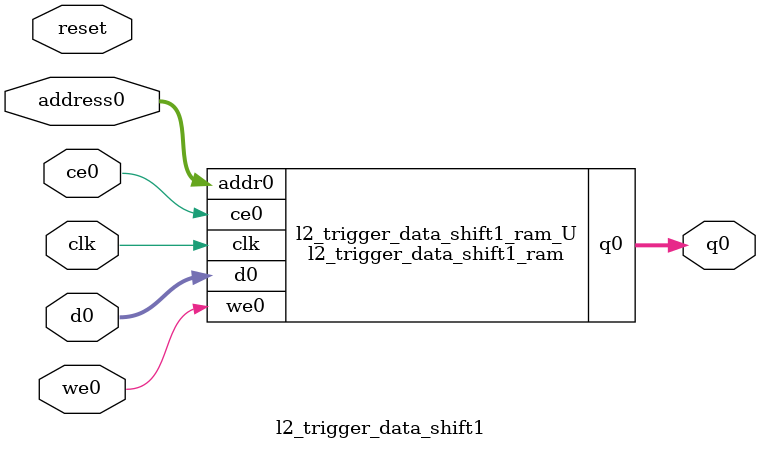
<source format=v>

`timescale 1 ns / 1 ps
module l2_trigger_data_shift1_ram (addr0, ce0, d0, we0, q0,  clk);

parameter DWIDTH = 17;
parameter AWIDTH = 14;
parameter MEM_SIZE = 9216;

input[AWIDTH-1:0] addr0;
input ce0;
input[DWIDTH-1:0] d0;
input we0;
output reg[DWIDTH-1:0] q0;
input clk;

(* ram_style = "block" *)reg [DWIDTH-1:0] ram[MEM_SIZE-1:0];




always @(posedge clk)  
begin 
    if (ce0) 
    begin
        if (we0) 
        begin 
            ram[addr0] <= d0; 
            q0 <= d0;
        end 
        else 
            q0 <= ram[addr0];
    end
end


endmodule


`timescale 1 ns / 1 ps
module l2_trigger_data_shift1(
    reset,
    clk,
    address0,
    ce0,
    we0,
    d0,
    q0);

parameter DataWidth = 32'd17;
parameter AddressRange = 32'd9216;
parameter AddressWidth = 32'd14;
input reset;
input clk;
input[AddressWidth - 1:0] address0;
input ce0;
input we0;
input[DataWidth - 1:0] d0;
output[DataWidth - 1:0] q0;



l2_trigger_data_shift1_ram l2_trigger_data_shift1_ram_U(
    .clk( clk ),
    .addr0( address0 ),
    .ce0( ce0 ),
    .d0( d0 ),
    .we0( we0 ),
    .q0( q0 ));

endmodule


</source>
